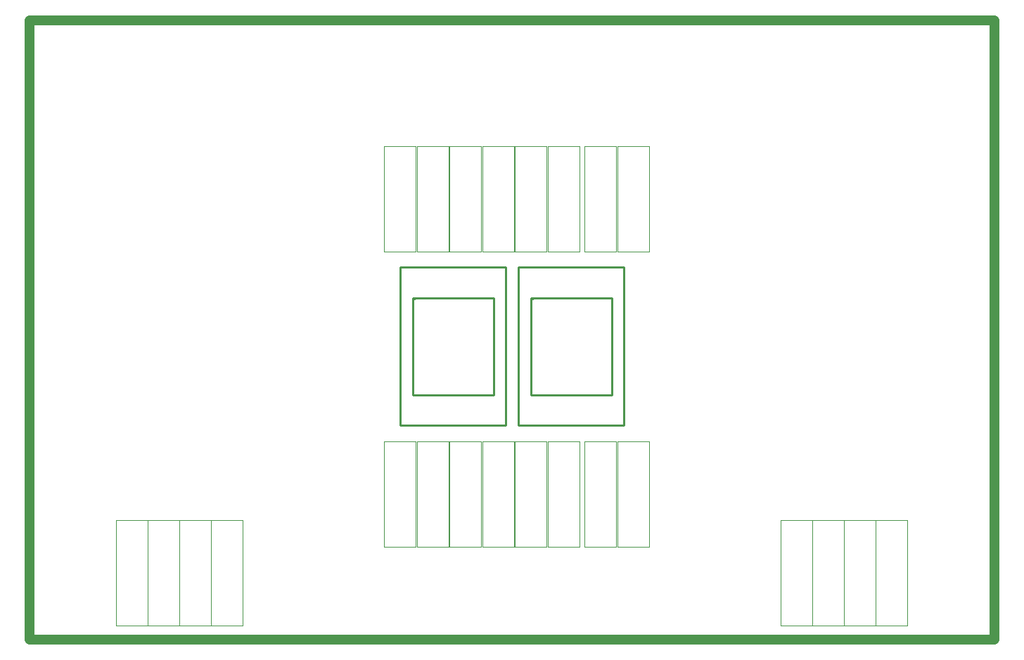
<source format=gm1>
G04*
G04 #@! TF.GenerationSoftware,Altium Limited,CircuitMaker,2.2.1 (6)*
G04*
G04 Layer_Color=16740166*
%FSLAX25Y25*%
%MOIN*%
G70*
G04*
G04 #@! TF.SameCoordinates,C7A46A66-803E-4EFA-A11E-2D709BABBFBD*
G04*
G04*
G04 #@! TF.FilePolarity,Positive*
G04*
G01*
G75*
%ADD10C,0.01000*%
%ADD34C,0.04724*%
%ADD35C,0.00197*%
D10*
X418100Y337500D02*
X468100D01*
Y262500D02*
Y337500D01*
X418100Y262500D02*
X468100D01*
X418100D02*
Y337500D01*
X424100Y323000D02*
X462600D01*
Y277000D02*
Y323000D01*
X424100Y277000D02*
X462600D01*
X424100D02*
Y322500D01*
X425100D01*
X368200D02*
X369200D01*
X368200Y277000D02*
Y322500D01*
Y277000D02*
X406700D01*
Y323000D01*
X368200D02*
X406700D01*
X362200Y262500D02*
Y337500D01*
Y262500D02*
X412200D01*
Y337500D01*
X362200D02*
X412200D01*
D34*
X186500Y454500D02*
X644000D01*
X186500Y161000D02*
Y454500D01*
X644000Y161000D02*
Y454500D01*
X186500Y161000D02*
X644000D01*
X186500D02*
Y401500D01*
X644000Y161000D02*
Y401500D01*
X186500Y161000D02*
X644000D01*
D35*
X587500Y217500D02*
X602500D01*
Y167500D02*
Y217500D01*
X587500Y167500D02*
Y217500D01*
Y167500D02*
X602500D01*
X572500Y217500D02*
X587500D01*
Y167500D02*
Y217500D01*
X572500Y167500D02*
Y217500D01*
Y167500D02*
X587500D01*
X557500Y217500D02*
X572500D01*
Y167500D02*
Y217500D01*
X557500Y167500D02*
Y217500D01*
Y167500D02*
X572500D01*
X542500Y217500D02*
X557500D01*
Y167500D02*
Y217500D01*
X542500Y167500D02*
Y217500D01*
Y167500D02*
X557500D01*
X416600Y395000D02*
X431600D01*
Y345000D02*
Y395000D01*
X416600Y345000D02*
Y395000D01*
Y345000D02*
X431600D01*
X449600Y205000D02*
X464600D01*
X449600D02*
Y255000D01*
X464600Y205000D02*
Y255000D01*
X449600D02*
X464600D01*
X354600Y395000D02*
X369600D01*
Y345000D02*
Y395000D01*
X354600Y345000D02*
Y395000D01*
Y345000D02*
X369600D01*
X370100Y395000D02*
X385100D01*
Y345000D02*
Y395000D01*
X370100Y345000D02*
Y395000D01*
Y345000D02*
X385100D01*
X385600Y395000D02*
X400600D01*
Y345000D02*
Y395000D01*
X385600Y345000D02*
Y395000D01*
Y345000D02*
X400600D01*
X401100Y395000D02*
X416100D01*
Y345000D02*
Y395000D01*
X401100Y345000D02*
Y395000D01*
Y345000D02*
X416100D01*
X432100Y395000D02*
X447100D01*
Y345000D02*
Y395000D01*
X432100Y345000D02*
Y395000D01*
Y345000D02*
X447100D01*
X449600Y395000D02*
X464600D01*
Y345000D02*
Y395000D01*
X449600Y345000D02*
Y395000D01*
Y345000D02*
X464600D01*
X465100Y395000D02*
X480100D01*
Y345000D02*
Y395000D01*
X465100Y345000D02*
Y395000D01*
Y345000D02*
X480100D01*
X465100Y255000D02*
X480100D01*
Y205000D02*
Y255000D01*
X465100Y205000D02*
Y255000D01*
Y205000D02*
X480100D01*
X432100D02*
X447100D01*
X432100D02*
Y255000D01*
X447100Y205000D02*
Y255000D01*
X432100D02*
X447100D01*
X416600Y205000D02*
X431600D01*
X416600D02*
Y255000D01*
X431600Y205000D02*
Y255000D01*
X416600D02*
X431600D01*
X401100Y205000D02*
X416100D01*
X401100D02*
Y255000D01*
X416100Y205000D02*
Y255000D01*
X401100D02*
X416100D01*
X385600Y205000D02*
X400600D01*
X385600D02*
Y255000D01*
X400600Y205000D02*
Y255000D01*
X385600D02*
X400600D01*
X370100Y205000D02*
X385100D01*
X370100D02*
Y255000D01*
X385100Y205000D02*
Y255000D01*
X370100D02*
X385100D01*
X354600Y205000D02*
X369600D01*
X354600D02*
Y255000D01*
X369600Y205000D02*
Y255000D01*
X354600D02*
X369600D01*
X227500Y167500D02*
X242500D01*
X227500D02*
Y217500D01*
X242500Y167500D02*
Y217500D01*
X227500D02*
X242500D01*
Y167500D02*
X257500D01*
X242500D02*
Y217500D01*
X257500Y167500D02*
Y217500D01*
X242500D02*
X257500D01*
Y167500D02*
X272500D01*
X257500D02*
Y217500D01*
X272500Y167500D02*
Y217500D01*
X257500D02*
X272500D01*
Y167500D02*
X287500D01*
X272500D02*
Y217500D01*
X287500Y167500D02*
Y217500D01*
X272500D02*
X287500D01*
M02*

</source>
